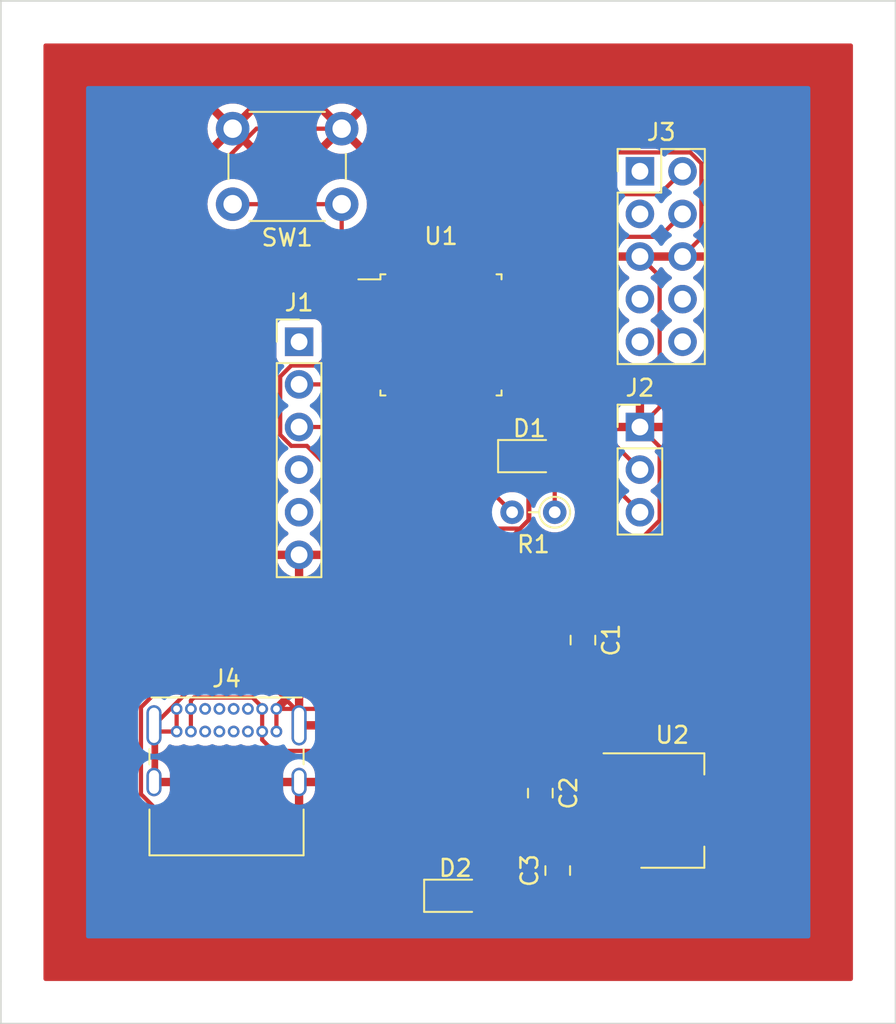
<source format=kicad_pcb>
(kicad_pcb (version 20221018) (generator pcbnew)
  (layers (0 "F.Cu" signal) (31 "B.Cu" signal) (34 "B.Paste" user) (35 "F.Paste" user) (36 "B.SilkS" user "B.Silkscreen") (37 "F.SilkS" user "F.Silkscreen") (38 "B.Mask" user) (39 "F.Mask" user) (44 "Edge.Cuts" user))
  (net 0 "")
  (net 1 "Net-(U1-NRST)")
  (net 2 "GND")
  (net 3 "+5V")
  (net 4 "Net-(D2-A)")
  (net 5 "+3V3")
  (net 6 "Net-(D1-A)")
  (net 8 "Net-(J1-Pin_2)")
  (net 9 "Net-(J1-Pin_3)")
  (net 12 "Net-(J2-Pin_2)")
  (net 13 "Net-(J2-Pin_3)")
  (net 15 "Net-(J3-Pin_2)")
  (net 17 "Net-(J3-Pin_4)")
  (net 30 "Net-(U1-PB0)")
  (footprint "Capacitor_SMD:C_0805_2012Metric_Pad1.18x1.45mm_HandSolder" (layer "F.Cu") (at 121.0625 108.1825 -90)
    (fp_text reference "C2" (at 0 -1.68 90) (layer "F.SilkS"))
    (fp_text value "0.000001")
    (fp_line (start -0.261252 -0.735) (end 0.261252 -0.735) (stroke (width 0.12)) (layer "F.SilkS"))
    (fp_line (start -0.261252 0.735) (end 0.261252 0.735) (stroke (width 0.12)) (layer "F.SilkS"))
    (pad "1" smd roundrect (at -1.0375 0 270) (size 1.175 1.45) (layers "F.Cu" "F.Paste" "F.Mask") (roundrect_rratio 0.2127659574) (net 3 "+5V"))
    (pad "2" smd roundrect (at 1.0375 0 270) (size 1.175 1.45) (layers "F.Cu" "F.Paste" "F.Mask") (roundrect_rratio 0.2127659574) (net 2 "GND"))
  )
  (footprint "Connector_PinHeader_2.54mm:PinHeader_2x05_P2.54mm_Vertical" (layer "F.Cu") (at 127 71.12)
    (fp_text reference "J3" (at 1.27 -2.33) (layer "F.SilkS"))
    (fp_text value "ST_Link V2 Programmer")
    (fp_line (start -1.33 -1.33) (end 0 -1.33) (stroke (width 0.12)) (layer "F.SilkS"))
    (fp_line (start -1.33 0) (end -1.33 -1.33) (stroke (width 0.12)) (layer "F.SilkS"))
    (fp_line (start -1.33 1.27) (end -1.33 11.49) (stroke (width 0.12)) (layer "F.SilkS"))
    (fp_line (start -1.33 1.27) (end 1.27 1.27) (stroke (width 0.12)) (layer "F.SilkS"))
    (fp_line (start -1.33 11.49) (end 3.87 11.49) (stroke (width 0.12)) (layer "F.SilkS"))
    (fp_line (start 1.27 -1.33) (end 3.87 -1.33) (stroke (width 0.12)) (layer "F.SilkS"))
    (fp_line (start 1.27 1.27) (end 1.27 -1.33) (stroke (width 0.12)) (layer "F.SilkS"))
    (fp_line (start 3.87 -1.33) (end 3.87 11.49) (stroke (width 0.12)) (layer "F.SilkS"))
    (pad "1" thru_hole rect (at 0 0) (size 1.7 1.7) (drill 1) (layers "*.Cu" "*.Mask"))
    (pad "2" thru_hole oval (at 2.54 0) (size 1.7 1.7) (drill 1) (layers "*.Cu" "*.Mask") (net 15 "Net-(J3-Pin_2)"))
    (pad "3" thru_hole oval (at 0 2.54) (size 1.7 1.7) (drill 1) (layers "*.Cu" "*.Mask"))
    (pad "4" thru_hole oval (at 2.54 2.54) (size 1.7 1.7) (drill 1) (layers "*.Cu" "*.Mask") (net 17 "Net-(J3-Pin_4)"))
    (pad "5" thru_hole oval (at 0 5.08) (size 1.7 1.7) (drill 1) (layers "*.Cu" "*.Mask") (net 2 "GND"))
    (pad "6" thru_hole oval (at 2.54 5.08) (size 1.7 1.7) (drill 1) (layers "*.Cu" "*.Mask") (net 2 "GND"))
    (pad "7" thru_hole oval (at 0 7.62) (size 1.7 1.7) (drill 1) (layers "*.Cu" "*.Mask"))
    (pad "8" thru_hole oval (at 2.54 7.62) (size 1.7 1.7) (drill 1) (layers "*.Cu" "*.Mask"))
    (pad "9" thru_hole oval (at 0 10.16) (size 1.7 1.7) (drill 1) (layers "*.Cu" "*.Mask"))
    (pad "10" thru_hole oval (at 2.54 10.16) (size 1.7 1.7) (drill 1) (layers "*.Cu" "*.Mask"))
  )
  (footprint "Package_QFP:LQFP-32_7x7mm_P0.8mm" (layer "F.Cu") (at 115.14 80.87)
    (fp_text reference "U1" (at 0 -5.88) (layer "F.SilkS"))
    (fp_text value "STM32L031K6Tx")
    (fp_line (start -3.61 -3.61) (end -3.61 -3.31) (stroke (width 0.12)) (layer "F.SilkS"))
    (fp_line (start -3.61 -3.31) (end -4.925 -3.31) (stroke (width 0.12)) (layer "F.SilkS"))
    (fp_line (start -3.61 3.61) (end -3.61 3.31) (stroke (width 0.12)) (layer "F.SilkS"))
    (fp_line (start -3.31 -3.61) (end -3.61 -3.61) (stroke (width 0.12)) (layer "F.SilkS"))
    (fp_line (start -3.31 3.61) (end -3.61 3.61) (stroke (width 0.12)) (layer "F.SilkS"))
    (fp_line (start 3.31 -3.61) (end 3.61 -3.61) (stroke (width 0.12)) (layer "F.SilkS"))
    (fp_line (start 3.31 3.61) (end 3.61 3.61) (stroke (width 0.12)) (layer "F.SilkS"))
    (fp_line (start 3.61 -3.61) (end 3.61 -3.31) (stroke (width 0.12)) (layer "F.SilkS"))
    (fp_line (start 3.61 3.61) (end 3.61 3.31) (stroke (width 0.12)) (layer "F.SilkS"))
    (pad "1" smd roundrect (at -4.175 -2.8) (size 1.5 0.5) (layers "F.Cu" "F.Paste" "F.Mask") (net 5 "+3V3"))
    (pad "2" smd roundrect (at -4.175 -2) (size 1.5 0.5) (layers "F.Cu" "F.Paste" "F.Mask"))
    (pad "3" smd roundrect (at -4.175 -1.2) (size 1.5 0.5) (layers "F.Cu" "F.Paste" "F.Mask"))
    (pad "4" smd roundrect (at -4.175 -0.4) (size 1.5 0.5) (layers "F.Cu" "F.Paste" "F.Mask") (net 1 "Net-(U1-NRST)"))
    (pad "5" smd roundrect (at -4.175 0.4) (size 1.5 0.5) (layers "F.Cu" "F.Paste" "F.Mask") (net 5 "+3V3"))
    (pad "6" smd roundrect (at -4.175 1.2) (size 1.5 0.5) (layers "F.Cu" "F.Paste" "F.Mask"))
    (pad "7" smd roundrect (at -4.175 2) (size 1.5 0.5) (layers "F.Cu" "F.Paste" "F.Mask"))
    (pad "8" smd roundrect (at -4.175 2.8) (size 1.5 0.5) (layers "F.Cu" "F.Paste" "F.Mask") (net 8 "Net-(J1-Pin_2)"))
    (pad "9" smd roundrect (at -2.8 4.175) (size 0.5 1.5) (layers "F.Cu" "F.Paste" "F.Mask") (net 9 "Net-(J1-Pin_3)"))
    (pad "10" smd roundrect (at -2 4.175) (size 0.5 1.5) (layers "F.Cu" "F.Paste" "F.Mask"))
    (pad "11" smd roundrect (at -1.2 4.175) (size 0.5 1.5) (layers "F.Cu" "F.Paste" "F.Mask"))
    (pad "12" smd roundrect (at -0.4 4.175) (size 0.5 1.5) (layers "F.Cu" "F.Paste" "F.Mask"))
    (pad "13" smd roundrect (at 0.4 4.175) (size 0.5 1.5) (layers "F.Cu" "F.Paste" "F.Mask"))
    (pad "14" smd roundrect (at 1.2 4.175) (size 0.5 1.5) (layers "F.Cu" "F.Paste" "F.Mask") (net 30 "Net-(U1-PB0)"))
    (pad "15" smd roundrect (at 2 4.175) (size 0.5 1.5) (layers "F.Cu" "F.Paste" "F.Mask"))
    (pad "16" smd roundrect (at 2.8 4.175) (size 0.5 1.5) (layers "F.Cu" "F.Paste" "F.Mask") (net 2 "GND"))
    (pad "17" smd roundrect (at 4.175 2.8) (size 1.5 0.5) (layers "F.Cu" "F.Paste" "F.Mask") (net 5 "+3V3"))
    (pad "18" smd roundrect (at 4.175 2) (size 1.5 0.5) (layers "F.Cu" "F.Paste" "F.Mask"))
    (pad "19" smd roundrect (at 4.175 1.2) (size 1.5 0.5) (layers "F.Cu" "F.Paste" "F.Mask") (net 13 "Net-(J2-Pin_3)"))
    (pad "20" smd roundrect (at 4.175 0.4) (size 1.5 0.5) (layers "F.Cu" "F.Paste" "F.Mask") (net 12 "Net-(J2-Pin_2)"))
    (pad "21" smd roundrect (at 4.175 -0.4) (size 1.5 0.5) (layers "F.Cu" "F.Paste" "F.Mask"))
    (pad "22" smd roundrect (at 4.175 -1.2) (size 1.5 0.5) (layers "F.Cu" "F.Paste" "F.Mask"))
    (pad "23" smd roundrect (at 4.175 -2) (size 1.5 0.5) (layers "F.Cu" "F.Paste" "F.Mask") (net 17 "Net-(J3-Pin_4)"))
    (pad "24" smd roundrect (at 4.175 -2.8) (size 1.5 0.5) (layers "F.Cu" "F.Paste" "F.Mask") (net 15 "Net-(J3-Pin_2)"))
    (pad "25" smd roundrect (at 2.8 -4.175) (size 0.5 1.5) (layers "F.Cu" "F.Paste" "F.Mask"))
    (pad "26" smd roundrect (at 2 -4.175) (size 0.5 1.5) (layers "F.Cu" "F.Paste" "F.Mask"))
    (pad "27" smd roundrect (at 1.2 -4.175) (size 0.5 1.5) (layers "F.Cu" "F.Paste" "F.Mask"))
    (pad "28" smd roundrect (at 0.4 -4.175) (size 0.5 1.5) (layers "F.Cu" "F.Paste" "F.Mask"))
    (pad "29" smd roundrect (at -0.4 -4.175) (size 0.5 1.5) (layers "F.Cu" "F.Paste" "F.Mask"))
    (pad "30" smd roundrect (at -1.2 -4.175) (size 0.5 1.5) (layers "F.Cu" "F.Paste" "F.Mask"))
    (pad "31" smd roundrect (at -2 -4.175) (size 0.5 1.5) (layers "F.Cu" "F.Paste" "F.Mask") (net 2 "GND"))
    (pad "32" smd roundrect (at -2.8 -4.175) (size 0.5 1.5) (layers "F.Cu" "F.Paste" "F.Mask") (net 2 "GND"))
  )
  (footprint "LED_SMD:LED_0805_2012Metric_Pad1.15x1.40mm_HandSolder" (layer "F.Cu") (at 120.405 88.095)
    (fp_text reference "D1" (at 0 -1.65) (layer "F.SilkS"))
    (fp_text value "LED")
    (fp_line (start -1.86 -0.96) (end -1.86 0.96) (stroke (width 0.12)) (layer "F.SilkS"))
    (fp_line (start -1.86 0.96) (end 1 0.96) (stroke (width 0.12)) (layer "F.SilkS"))
    (fp_line (start 1 -0.96) (end -1.86 -0.96) (stroke (width 0.12)) (layer "F.SilkS"))
    (pad "1" smd roundrect (at -1.025 0) (size 1.15 1.4) (layers "F.Cu" "F.Paste" "F.Mask") (roundrect_rratio 0.2173913043) (net 5 "+3V3"))
    (pad "2" smd roundrect (at 1.025 0) (size 1.15 1.4) (layers "F.Cu" "F.Paste" "F.Mask") (roundrect_rratio 0.2173913043) (net 6 "Net-(D1-A)"))
  )
  (footprint "Package_TO_SOT_SMD:SOT-223" (layer "F.Cu") (at 128.93 109.22)
    (fp_text reference "U2" (at 0 -4.5) (layer "F.SilkS"))
    (fp_text value "TC1262-33")
    (fp_line (start -4.1 -3.41) (end 1.91 -3.41) (stroke (width 0.12)) (layer "F.SilkS"))
    (fp_line (start -1.85 3.41) (end 1.91 3.41) (stroke (width 0.12)) (layer "F.SilkS"))
    (fp_line (start 1.91 -3.41) (end 1.91 -2.15) (stroke (width 0.12)) (layer "F.SilkS"))
    (fp_line (start 1.91 3.41) (end 1.91 2.15) (stroke (width 0.12)) (layer "F.SilkS"))
    (pad "1" smd rect (at -3.15 -2.3) (size 2 1.5) (layers "F.Cu" "F.Paste" "F.Mask") (net 3 "+5V"))
    (pad "2" smd rect (at -3.15 0) (size 2 1.5) (layers "F.Cu" "F.Paste" "F.Mask") (net 2 "GND"))
    (pad "3" smd rect (at -3.15 2.3) (size 2 1.5) (layers "F.Cu" "F.Paste" "F.Mask") (net 4 "Net-(D2-A)"))
    (pad "4" smd rect (at 3.15 0) (size 2 3.8) (layers "F.Cu" "F.Paste" "F.Mask"))
  )
  (footprint "Connector_PinHeader_2.54mm:PinHeader_1x06_P2.54mm_Vertical" (layer "F.Cu") (at 106.68 81.28)
    (fp_text reference "J1" (at 0 -2.33) (layer "F.SilkS"))
    (fp_text value "TTL Adapter")
    (fp_line (start -1.33 -1.33) (end 0 -1.33) (stroke (width 0.12)) (layer "F.SilkS"))
    (fp_line (start -1.33 0) (end -1.33 -1.33) (stroke (width 0.12)) (layer "F.SilkS"))
    (fp_line (start -1.33 1.27) (end -1.33 14.03) (stroke (width 0.12)) (layer "F.SilkS"))
    (fp_line (start -1.33 1.27) (end 1.33 1.27) (stroke (width 0.12)) (layer "F.SilkS"))
    (fp_line (start -1.33 14.03) (end 1.33 14.03) (stroke (width 0.12)) (layer "F.SilkS"))
    (fp_line (start 1.33 1.27) (end 1.33 14.03) (stroke (width 0.12)) (layer "F.SilkS"))
    (pad "1" thru_hole rect (at 0 0) (size 1.7 1.7) (drill 1) (layers "*.Cu" "*.Mask"))
    (pad "2" thru_hole oval (at 0 2.54) (size 1.7 1.7) (drill 1) (layers "*.Cu" "*.Mask") (net 8 "Net-(J1-Pin_2)"))
    (pad "3" thru_hole oval (at 0 5.08) (size 1.7 1.7) (drill 1) (layers "*.Cu" "*.Mask") (net 9 "Net-(J1-Pin_3)"))
    (pad "4" thru_hole oval (at 0 7.62) (size 1.7 1.7) (drill 1) (layers "*.Cu" "*.Mask"))
    (pad "5" thru_hole oval (at 0 10.16) (size 1.7 1.7) (drill 1) (layers "*.Cu" "*.Mask"))
    (pad "6" thru_hole oval (at 0 12.7) (size 1.7 1.7) (drill 1) (layers "*.Cu" "*.Mask") (net 2 "GND"))
  )
  (footprint "LED_SMD:LED_0805_2012Metric_Pad1.15x1.40mm_HandSolder" (layer "F.Cu") (at 115.995 114.3)
    (fp_text reference "D2" (at 0 -1.65) (layer "F.SilkS"))
    (fp_text value "LED")
    (fp_line (start -1.86 -0.96) (end -1.86 0.96) (stroke (width 0.12)) (layer "F.SilkS"))
    (fp_line (start -1.86 0.96) (end 1 0.96) (stroke (width 0.12)) (layer "F.SilkS"))
    (fp_line (start 1 -0.96) (end -1.86 -0.96) (stroke (width 0.12)) (layer "F.SilkS"))
    (pad "1" smd roundrect (at -1.025 0) (size 1.15 1.4) (layers "F.Cu" "F.Paste" "F.Mask") (roundrect_rratio 0.2173913043) (net 5 "+3V3"))
    (pad "2" smd roundrect (at 1.025 0) (size 1.15 1.4) (layers "F.Cu" "F.Paste" "F.Mask") (roundrect_rratio 0.2173913043) (net 4 "Net-(D2-A)"))
  )
  (footprint "Capacitor_SMD:C_0805_2012Metric_Pad1.18x1.45mm_HandSolder" (layer "F.Cu") (at 123.6025 99.06 -90)
    (fp_text reference "C1" (at 0 -1.68 90) (layer "F.SilkS"))
    (fp_text value "0.000001")
    (fp_line (start -0.261252 -0.735) (end 0.261252 -0.735) (stroke (width 0.12)) (layer "F.SilkS"))
    (fp_line (start -0.261252 0.735) (end 0.261252 0.735) (stroke (width 0.12)) (layer "F.SilkS"))
    (pad "1" smd roundrect (at -1.0375 0 270) (size 1.175 1.45) (layers "F.Cu" "F.Paste" "F.Mask") (roundrect_rratio 0.2127659574) (net 1 "Net-(U1-NRST)"))
    (pad "2" smd roundrect (at 1.0375 0 270) (size 1.175 1.45) (layers "F.Cu" "F.Paste" "F.Mask") (roundrect_rratio 0.2127659574) (net 2 "GND"))
  )
  (footprint "Connector_PinHeader_2.54mm:PinHeader_1x03_P2.54mm_Vertical" (layer "F.Cu") (at 127 86.36)
    (fp_text reference "J2" (at 0 -2.33) (layer "F.SilkS"))
    (fp_text value "I2C")
    (fp_line (start -1.33 -1.33) (end 0 -1.33) (stroke (width 0.12)) (layer "F.SilkS"))
    (fp_line (start -1.33 0) (end -1.33 -1.33) (stroke (width 0.12)) (layer "F.SilkS"))
    (fp_line (start -1.33 1.27) (end -1.33 6.41) (stroke (width 0.12)) (layer "F.SilkS"))
    (fp_line (start -1.33 1.27) (end 1.33 1.27) (stroke (width 0.12)) (layer "F.SilkS"))
    (fp_line (start -1.33 6.41) (end 1.33 6.41) (stroke (width 0.12)) (layer "F.SilkS"))
    (fp_line (start 1.33 1.27) (end 1.33 6.41) (stroke (width 0.12)) (layer "F.SilkS"))
    (pad "1" thru_hole rect (at 0 0) (size 1.7 1.7) (drill 1) (layers "*.Cu" "*.Mask") (net 2 "GND"))
    (pad "2" thru_hole oval (at 0 2.54) (size 1.7 1.7) (drill 1) (layers "*.Cu" "*.Mask") (net 12 "Net-(J2-Pin_2)"))
    (pad "3" thru_hole oval (at 0 5.08) (size 1.7 1.7) (drill 1) (layers "*.Cu" "*.Mask") (net 13 "Net-(J2-Pin_3)"))
  )
  (footprint "Resistor_THT:R_Axial_DIN0204_L3.6mm_D1.6mm_P2.54mm_Vertical" (layer "F.Cu") (at 121.92 91.44 180)
    (fp_text reference "R1" (at 1.27 -1.92) (layer "F.SilkS"))
    (fp_text value "330")
    (fp_line (start 0.92 0) (end 1.54 0) (stroke (width 0.12)) (layer "F.SilkS"))
    (fp_circle (center 0 0) (end 0.92 0) (stroke (width 0.12)) (fill none) (layer "F.SilkS"))
    (pad "1" thru_hole circle (at 0 0 180) (size 1.4 1.4) (drill 0.7) (layers "*.Cu" "*.Mask") (net 6 "Net-(D1-A)"))
    (pad "2" thru_hole oval (at 2.54 0 180) (size 1.4 1.4) (drill 0.7) (layers "*.Cu" "*.Mask") (net 30 "Net-(U1-PB0)"))
  )
  (footprint "Capacitor_SMD:C_0805_2012Metric_Pad1.18x1.45mm_HandSolder" (layer "F.Cu") (at 122.1 112.7975 90)
    (fp_text reference "C3" (at 0 -1.68 90) (layer "F.SilkS"))
    (fp_text value "0.000001")
    (fp_line (start -0.261252 -0.735) (end 0.261252 -0.735) (stroke (width 0.12)) (layer "F.SilkS"))
    (fp_line (start -0.261252 0.735) (end 0.261252 0.735) (stroke (width 0.12)) (layer "F.SilkS"))
    (pad "1" smd roundrect (at -1.0375 0 90) (size 1.175 1.45) (layers "F.Cu" "F.Paste" "F.Mask") (roundrect_rratio 0.2127659574) (net 4 "Net-(D2-A)"))
    (pad "2" smd roundrect (at 1.0375 0 90) (size 1.175 1.45) (layers "F.Cu" "F.Paste" "F.Mask") (roundrect_rratio 0.2127659574) (net 2 "GND"))
  )
  (footprint "Connector_USB:USB_C_Receptacle_GCT_USB4085" (layer "F.Cu") (at 99.38 103.16)
    (fp_text reference "J4" (at 2.975 -1.8) (layer "F.SilkS"))
    (fp_text value "USB_C_Receptacle_USB2.0")
    (fp_line (start -1.62 2.4) (end -1.62 3.3) (stroke (width 0.12)) (layer "F.SilkS"))
    (fp_line (start -1.62 6) (end -1.62 8.73) (stroke (width 0.12)) (layer "F.SilkS"))
    (fp_line (start -1.62 8.73) (end 7.57 8.73) (stroke (width 0.12)) (layer "F.SilkS"))
    (fp_line (start -1.5 -0.68) (end 7.45 -0.68) (stroke (width 0.12)) (layer "F.SilkS"))
    (fp_line (start 7.57 2.4) (end 7.57 3.3) (stroke (width 0.12)) (layer "F.SilkS"))
    (fp_line (start 7.57 6) (end 7.57 8.73) (stroke (width 0.12)) (layer "F.SilkS"))
    (pad "A1" thru_hole circle (at 0 0) (size 0.7 0.7) (drill 0.4) (layers "*.Cu" "*.Mask") (net 2 "GND"))
    (pad "A4" thru_hole circle (at 0.85 0) (size 0.7 0.7) (drill 0.4) (layers "*.Cu" "*.Mask") (net 3 "+5V"))
    (pad "A5" thru_hole circle (at 1.7 0) (size 0.7 0.7) (drill 0.4) (layers "*.Cu" "*.Mask"))
    (pad "A6" thru_hole circle (at 2.55 0) (size 0.7 0.7) (drill 0.4) (layers "*.Cu" "*.Mask"))
    (pad "A7" thru_hole circle (at 3.4 0) (size 0.7 0.7) (drill 0.4) (layers "*.Cu" "*.Mask"))
    (pad "A8" thru_hole circle (at 4.25 0) (size 0.7 0.7) (drill 0.4) (layers "*.Cu" "*.Mask"))
    (pad "A9" thru_hole circle (at 5.1 0) (size 0.7 0.7) (drill 0.4) (layers "*.Cu" "*.Mask") (net 3 "+5V"))
    (pad "A12" thru_hole circle (at 5.95 0) (size 0.7 0.7) (drill 0.4) (layers "*.Cu" "*.Mask") (net 2 "GND"))
    (pad "B1" thru_hole circle (at 5.95 1.35) (size 0.7 0.7) (drill 0.4) (layers "*.Cu" "*.Mask") (net 2 "GND"))
    (pad "B4" thru_hole circle (at 5.1 1.35) (size 0.7 0.7) (drill 0.4) (layers "*.Cu" "*.Mask") (net 3 "+5V"))
    (pad "B5" thru_hole circle (at 4.25 1.35) (size 0.7 0.7) (drill 0.4) (layers "*.Cu" "*.Mask"))
    (pad "B6" thru_hole circle (at 3.4 1.35) (size 0.7 0.7) (drill 0.4) (layers "*.Cu" "*.Mask"))
    (pad "B7" thru_hole circle (at 2.55 1.35) (size 0.7 0.7) (drill 0.4) (layers "*.Cu" "*.Mask"))
    (pad "B8" thru_hole circle (at 1.7 1.35) (size 0.7 0.7) (drill 0.4) (layers "*.Cu" "*.Mask"))
    (pad "B9" thru_hole circle (at 0.85 1.35) (size 0.7 0.7) (drill 0.4) (layers "*.Cu" "*.Mask") (net 3 "+5V"))
    (pad "B12" thru_hole circle (at 0 1.35) (size 0.7 0.7) (drill 0.4) (layers "*.Cu" "*.Mask") (net 2 "GND"))
    (pad "S1" thru_hole oval (at -1.35 0.98) (size 0.9 2.4) (drill oval 0.6 2.1) (layers "*.Cu" "*.Mask") (net 2 "GND"))
    (pad "S1" thru_hole oval (at -1.35 4.36) (size 0.9 1.7) (drill oval 0.6 1.4) (layers "*.Cu" "*.Mask") (net 2 "GND"))
    (pad "S1" thru_hole oval (at 7.3 0.98) (size 0.9 2.4) (drill oval 0.6 2.1) (layers "*.Cu" "*.Mask") (net 2 "GND"))
    (pad "S1" thru_hole oval (at 7.3 4.36) (size 0.9 1.7) (drill oval 0.6 1.4) (layers "*.Cu" "*.Mask") (net 2 "GND"))
  )
  (footprint "Button_Switch_THT:SW_PUSH_6mm_H4.3mm" (layer "F.Cu") (at 109.22 73.08 180)
    (fp_text reference "SW1" (at 3.25 -2) (layer "F.SilkS"))
    (fp_text value "SW_Push")
    (fp_line (start -0.25 1.5) (end -0.25 3) (stroke (width 0.12)) (layer "F.SilkS"))
    (fp_line (start 1 5.5) (end 5.5 5.5) (stroke (width 0.12)) (layer "F.SilkS"))
    (fp_line (start 5.5 -1) (end 1 -1) (stroke (width 0.12)) (layer "F.SilkS"))
    (fp_line (start 6.75 3) (end 6.75 1.5) (stroke (width 0.12)) (layer "F.SilkS"))
    (pad "1" thru_hole circle (at 0 0 270) (size 2 2) (drill 1.1) (layers "*.Cu" "*.Mask") (net 1 "Net-(U1-NRST)"))
    (pad "1" thru_hole circle (at 6.5 0 270) (size 2 2) (drill 1.1) (layers "*.Cu" "*.Mask") (net 1 "Net-(U1-NRST)"))
    (pad "2" thru_hole circle (at 0 4.5 270) (size 2 2) (drill 1.1) (layers "*.Cu" "*.Mask") (net 2 "GND"))
    (pad "2" thru_hole circle (at 6.5 4.5 270) (size 2 2) (drill 1.1) (layers "*.Cu" "*.Mask") (net 2 "GND"))
  )
  (gr_line (start 88.9 119.38) (end 88.9 60.96) (stroke (width 0.1)) (layer "Edge.Cuts"))
  (gr_line (start 142.24 121.92) (end 88.9 121.92) (stroke (width 0.1)) (layer "Edge.Cuts"))
  (gr_line (start 142.24 60.96) (end 142.24 121.92) (stroke (width 0.1)) (layer "Edge.Cuts"))
  (gr_line (start 88.9 121.92) (end 88.9 119.38) (stroke (width 0.1)) (layer "Edge.Cuts"))
  (gr_line (start 88.9 60.96) (end 142.24 60.96) (stroke (width 0.1)) (layer "Edge.Cuts"))
  (segment (start 109.22 73.08) (end 109.22 79.66) (width 0.25) (layer "F.Cu") (net 1))
  (segment (start 134.62 87.005) (end 123.6025 98.0225) (width 0.25) (layer "F.Cu") (net 1))
  (segment (start 102.72 73.08) (end 109.22 73.08) (width 0.25) (layer "F.Cu") (net 1))
  (segment (start 110.378604 80.47) (end 109.89 79.981396) (width 0.25) (layer "F.Cu") (net 1))
  (segment (start 109.89 79.981396) (end 109.89 77.758604) (width 0.25) (layer "F.Cu") (net 1))
  (segment (start 134.62 68.58) (end 134.62 87.005) (width 0.25) (layer "F.Cu") (net 1))
  (segment (start 110.03 80.47) (end 110.965 80.47) (width 0.25) (layer "F.Cu") (net 1))
  (segment (start 110.965 80.47) (end 110.378604 80.47) (width 0.25) (layer "F.Cu") (net 1))
  (segment (start 119.068604 68.58) (end 134.62 68.58) (width 0.25) (layer "F.Cu") (net 1))
  (segment (start 109.89 77.758604) (end 119.068604 68.58) (width 0.25) (layer "F.Cu") (net 1))
  (segment (start 109.22 79.66) (end 110.03 80.47) (width 0.25) (layer "F.Cu") (net 1))
  (segment (start 128.175 85.185) (end 127 86.36) (width 0.25) (layer "F.Cu") (net 2))
  (segment (start 116.206827 113.275) (end 119.175 113.275) (width 0.25) (layer "F.Cu") (net 2))
  (segment (start 130.665 75.075) (end 129.54 76.2) (width 0.25) (layer "F.Cu") (net 2))
  (segment (start 115.87 113.611827) (end 116.206827 113.275) (width 0.25) (layer "F.Cu") (net 2))
  (segment (start 127 86.36) (end 128.175 87.535) (width 0.25) (layer "F.Cu") (net 2))
  (segment (start 112.34 76.695) (end 113.14 76.695) (width 0.25) (layer "F.Cu") (net 2))
  (segment (start 128.175 87.535) (end 128.175 91.926701) (width 0.25) (layer "F.Cu") (net 2))
  (segment (start 99.38 104.51) (end 98.4 104.51) (width 0.25) (layer "F.Cu") (net 2))
  (segment (start 99.06 116.84) (end 114.018173 116.84) (width 0.25) (layer "F.Cu") (net 2))
  (segment (start 127.105 107.995) (end 127.105 103.6) (width 0.25) (layer "F.Cu") (net 2))
  (segment (start 128.175 77.375) (end 128.175 85.185) (width 0.25) (layer "F.Cu") (net 2))
  (segment (start 109.22 103.16) (end 108.24 104.14) (width 0.25) (layer "F.Cu") (net 2))
  (segment (start 113.14 76.179315) (end 119.324315 69.995) (width 0.25) (layer "F.Cu") (net 2))
  (segment (start 96.805 114.585) (end 99.06 116.84) (width 0.25) (layer "F.Cu") (net 2))
  (segment (start 119.175 113.275) (end 124.455 107.995) (width 0.25) (layer "F.Cu") (net 2))
  (segment (start 106.68 103.39) (end 105.004835 101.714835) (width 0.25) (layer "F.Cu") (net 2))
  (segment (start 127 76.2) (end 129.54 76.2) (width 0.25) (layer "F.Cu") (net 2))
  (segment (start 98.03 107.52) (end 106.68 107.52) (width 0.25) (layer "F.Cu") (net 2))
  (segment (start 113.14 76.695) (end 113.14 76.179315) (width 0.25) (layer "F.Cu") (net 2))
  (segment (start 123.6025 100.0975) (end 120.54 103.16) (width 0.25) (layer "F.Cu") (net 2))
  (segment (start 113.14 76.695) (end 113.14 77.210685) (width 0.25) (layer "F.Cu") (net 2))
  (segment (start 105.33 103.16) (end 105.33 104.51) (width 0.25) (layer "F.Cu") (net 2))
  (segment (start 106.68 104.14) (end 106.68 103.39) (width 0.25) (layer "F.Cu") (net 2))
  (segment (start 96.805 75.915) (end 96.805 114.585) (width 0.25) (layer "F.Cu") (net 2))
  (segment (start 109.22 103.16) (end 105.33 103.16) (width 0.25) (layer "F.Cu") (net 2))
  (segment (start 123.581701 96.52) (end 123.479327 96.52) (width 0.25) (layer "F.Cu") (net 2))
  (segment (start 104.14 68.58) (end 96.805 75.915) (width 0.25) (layer "F.Cu") (net 2))
  (segment (start 121.92 98.415) (end 123.6025 100.0975) (width 0.25) (layer "F.Cu") (net 2))
  (segment (start 121.92 98.079327) (end 121.92 98.415) (width 0.25) (layer "F.Cu") (net 2))
  (segment (start 130.005991 69.995) (end 130.665 70.654009) (width 0.25) (layer "F.Cu") (net 2))
  (segment (start 123.479327 96.52) (end 121.92 98.079327) (width 0.25) (layer "F.Cu") (net 2))
  (segment (start 100.455165 101.714835) (end 98.03 104.14) (width 0.25) (layer "F.Cu") (net 2))
  (segment (start 124.455 107.995) (end 127.105 107.995) (width 0.25) (layer "F.Cu") (net 2))
  (segment (start 130.665 70.654009) (end 130.665 75.075) (width 0.25) (layer "F.Cu") (net 2))
  (segment (start 113.14 77.210685) (end 117.94 82.010685) (width 0.25) (layer "F.Cu") (net 2))
  (segment (start 127.105 103.6) (end 123.6025 100.0975) (width 0.25) (layer "F.Cu") (net 2))
  (segment (start 128.175 91.926701) (end 123.581701 96.52) (width 0.25) (layer "F.Cu") (net 2))
  (segment (start 98.4 104.51) (end 98.03 104.14) (width 0.25) (layer "F.Cu") (net 2))
  (segment (start 105.004835 101.714835) (end 100.455165 101.714835) (width 0.25) (layer "F.Cu") (net 2))
  (segment (start 108.24 104.14) (end 106.68 104.14) (width 0.25) (layer "F.Cu") (net 2))
  (segment (start 114.018173 116.84) (end 115.87 114.988173) (width 0.25) (layer "F.Cu") (net 2))
  (segment (start 98.03 104.14) (end 98.03 107.52) (width 0.25) (layer "F.Cu") (net 2))
  (segment (start 117.94 82.010685) (end 117.94 85.045) (width 0.25) (layer "F.Cu") (net 2))
  (segment (start 120.54 103.16) (end 109.22 103.16) (width 0.25) (layer "F.Cu") (net 2))
  (segment (start 99.38 104.51) (end 99.38 103.16) (width 0.25) (layer "F.Cu") (net 2))
  (segment (start 127 76.2) (end 128.175 77.375) (width 0.25) (layer "F.Cu") (net 2))
  (segment (start 109.22 68.58) (end 104.14 68.58) (width 0.25) (layer "F.Cu") (net 2))
  (segment (start 119.324315 69.995) (end 130.005991 69.995) (width 0.25) (layer "F.Cu") (net 2))
  (segment (start 115.87 114.988173) (end 115.87 113.611827) (width 0.25) (layer "F.Cu") (net 2))
  (segment (start 121.2875 106.92) (end 125.78 106.92) (width 0.25) (layer "F.Cu") (net 3))
  (segment (start 104.48 103.055405) (end 104.48 103.16) (width 0.25) (layer "F.Cu") (net 3))
  (segment (start 103.909595 102.485) (end 104.48 103.055405) (width 0.25) (layer "F.Cu") (net 3))
  (segment (start 121.0625 107.145) (end 121.2875 106.92) (width 0.25) (layer "F.Cu") (net 3))
  (segment (start 100.23 104.51) (end 100.23 103.16) (width 0.25) (layer "F.Cu") (net 3))
  (segment (start 100.23 103.16) (end 100.23 102.665026) (width 0.25) (layer "F.Cu") (net 3))
  (segment (start 100.410026 102.485) (end 103.909595 102.485) (width 0.25) (layer "F.Cu") (net 3))
  (segment (start 104.48 105.004974) (end 105.140026 105.665) (width 0.25) (layer "F.Cu") (net 3))
  (segment (start 119.5825 105.665) (end 121.0625 107.145) (width 0.25) (layer "F.Cu") (net 3))
  (segment (start 104.48 104.51) (end 104.48 105.004974) (width 0.25) (layer "F.Cu") (net 3))
  (segment (start 105.140026 105.665) (end 119.5825 105.665) (width 0.25) (layer "F.Cu") (net 3))
  (segment (start 104.48 103.16) (end 104.48 104.51) (width 0.25) (layer "F.Cu") (net 3))
  (segment (start 100.23 102.665026) (end 100.410026 102.485) (width 0.25) (layer "F.Cu") (net 3))
  (segment (start 117.485 113.835) (end 117.02 114.3) (width 0.25) (layer "F.Cu") (net 4))
  (segment (start 124.415 111.52) (end 122.1 113.835) (width 0.25) (layer "F.Cu") (net 4))
  (segment (start 125.78 111.52) (end 124.415 111.52) (width 0.25) (layer "F.Cu") (net 4))
  (segment (start 122.1 113.835) (end 117.485 113.835) (width 0.25) (layer "F.Cu") (net 4))
  (segment (start 112.04 80.781396) (end 111.551396 81.27) (width 0.25) (layer "F.Cu") (net 5))
  (segment (start 119.38 88.095) (end 120.405 89.12) (width 0.25) (layer "F.Cu") (net 5))
  (segment (start 115.749569 96.52) (end 103.803984 96.52) (width 0.25) (layer "F.Cu") (net 5))
  (segment (start 97.255 108.241016) (end 103.313984 114.3) (width 0.25) (layer "F.Cu") (net 5))
  (segment (start 112.04 80.781396) (end 112.04 78.558604) (width 0.25) (layer "F.Cu") (net 5))
  (segment (start 109.23 81.27) (end 110.965 81.27) (width 0.25) (layer "F.Cu") (net 5))
  (segment (start 103.313984 114.3) (end 114.97 114.3) (width 0.25) (layer "F.Cu") (net 5))
  (segment (start 120.405 91.864569) (end 115.749569 96.52) (width 0.25) (layer "F.Cu") (net 5))
  (segment (start 106.214009 82.695) (end 107.805 82.695) (width 0.25) (layer "F.Cu") (net 5))
  (segment (start 105.555 86.825991) (end 105.555 83.354009) (width 0.25) (layer "F.Cu") (net 5))
  (segment (start 120.355 88.537462) (end 120.355 91.91457) (width 0.25) (layer "F.Cu") (net 5))
  (segment (start 119.315 88.03) (end 119.315 83.67) (width 0.25) (layer "F.Cu") (net 5))
  (segment (start 111.551396 78.07) (end 110.965 78.07) (width 0.25) (layer "F.Cu") (net 5))
  (segment (start 112.075991 92.415) (end 107.145991 87.485) (width 0.25) (layer "F.Cu") (net 5))
  (segment (start 111.551396 81.27) (end 110.965 81.27) (width 0.25) (layer "F.Cu") (net 5))
  (segment (start 97.255 103.068984) (end 97.255 108.241016) (width 0.25) (layer "F.Cu") (net 5))
  (segment (start 106.214009 87.485) (end 105.555 86.825991) (width 0.25) (layer "F.Cu") (net 5))
  (segment (start 120.405 89.12) (end 120.405 91.864569) (width 0.25) (layer "F.Cu") (net 5))
  (segment (start 119.38 83.735) (end 119.315 83.67) (width 0.25) (layer "F.Cu") (net 5))
  (segment (start 119.85457 92.415) (end 112.075991 92.415) (width 0.25) (layer "F.Cu") (net 5))
  (segment (start 119.38 88.095) (end 119.315 88.03) (width 0.25) (layer "F.Cu") (net 5))
  (segment (start 103.803984 96.52) (end 97.255 103.068984) (width 0.25) (layer "F.Cu") (net 5))
  (segment (start 120.355 91.91457) (end 119.85457 92.415) (width 0.25) (layer "F.Cu") (net 5))
  (segment (start 105.555 83.354009) (end 106.214009 82.695) (width 0.25) (layer "F.Cu") (net 5))
  (segment (start 107.805 82.695) (end 109.23 81.27) (width 0.25) (layer "F.Cu") (net 5))
  (segment (start 112.04 78.558604) (end 111.551396 78.07) (width 0.25) (layer "F.Cu") (net 5))
  (segment (start 107.145991 87.485) (end 106.214009 87.485) (width 0.25) (layer "F.Cu") (net 5))
  (segment (start 119.315 83.67) (end 119.315 87.497462) (width 0.25) (layer "F.Cu") (net 5))
  (segment (start 119.315 87.497462) (end 120.355 88.537462) (width 0.25) (layer "F.Cu") (net 5))
  (segment (start 121.43 88.095) (end 121.92 88.585) (width 0.25) (layer "F.Cu") (net 6))
  (segment (start 121.92 88.585) (end 121.92 91.44) (width 0.25) (layer "F.Cu") (net 6))
  (segment (start 106.68 83.82) (end 110.815 83.82) (width 0.25) (layer "F.Cu") (net 8))
  (segment (start 110.815 83.82) (end 110.965 83.67) (width 0.25) (layer "F.Cu") (net 8))
  (segment (start 106.68 86.36) (end 111.025 86.36) (width 0.25) (layer "F.Cu") (net 9))
  (segment (start 111.025 86.36) (end 112.34 85.045) (width 0.25) (layer "F.Cu") (net 9))
  (segment (start 121.92 83.82) (end 127 88.9) (width 0.25) (layer "F.Cu") (net 12))
  (segment (start 119.315 81.27) (end 119.901396 81.27) (width 0.25) (layer "F.Cu") (net 12))
  (segment (start 121.92 83.288604) (end 121.92 83.82) (width 0.25) (layer "F.Cu") (net 12))
  (segment (start 119.901396 81.27) (end 121.92 83.288604) (width 0.25) (layer "F.Cu") (net 12))
  (segment (start 119.901396 82.07) (end 120.39 82.558604) (width 0.25) (layer "F.Cu") (net 13))
  (segment (start 120.39 82.558604) (end 120.39 84.83) (width 0.25) (layer "F.Cu") (net 13))
  (segment (start 120.39 84.83) (end 127 91.44) (width 0.25) (layer "F.Cu") (net 13))
  (segment (start 119.315 82.07) (end 119.901396 82.07) (width 0.25) (layer "F.Cu") (net 13))
  (segment (start 128.175 72.485) (end 129.54 71.12) (width 0.25) (layer "F.Cu") (net 15))
  (segment (start 124.9 72.485) (end 128.175 72.485) (width 0.25) (layer "F.Cu") (net 15))
  (segment (start 119.315 78.07) (end 124.9 72.485) (width 0.25) (layer "F.Cu") (net 15))
  (segment (start 119.901396 78.87) (end 123.746396 75.025) (width 0.25) (layer "F.Cu") (net 17))
  (segment (start 128.175 75.025) (end 129.54 73.66) (width 0.25) (layer "F.Cu") (net 17))
  (segment (start 123.746396 75.025) (end 128.175 75.025) (width 0.25) (layer "F.Cu") (net 17))
  (segment (start 119.315 78.87) (end 119.901396 78.87) (width 0.25) (layer "F.Cu") (net 17))
  (segment (start 116.34 88.4) (end 119.38 91.44) (width 0.25) (layer "F.Cu") (net 30))
  (segment (start 116.34 85.045) (end 116.34 88.4) (width 0.25) (layer "F.Cu") (net 30))
  (zone (net 2) (net_name "GND") (layer "F.Cu") (connect_pads (clearance 0.5)) (min_thickness 0.25) (fill yes (thermal_gap 0.5) (thermal_bridge_width 0.5))
    (polygon (pts (xy 139.7 63.5) (xy 91.44 63.5) (xy 91.44 119.38) (xy 139.7 119.38)))
  )
  (zone (net 5) (net_name "+3V3") (layer "B.Cu") (priority 1) (connect_pads (clearance 0.5)) (min_thickness 0.25) (fill yes (thermal_gap 0.5) (thermal_bridge_width 0.5))
    (polygon (pts (xy 137.16 66.04) (xy 93.98 66.04) (xy 93.98 116.84) (xy 137.16 116.84)))
  )
)
</source>
